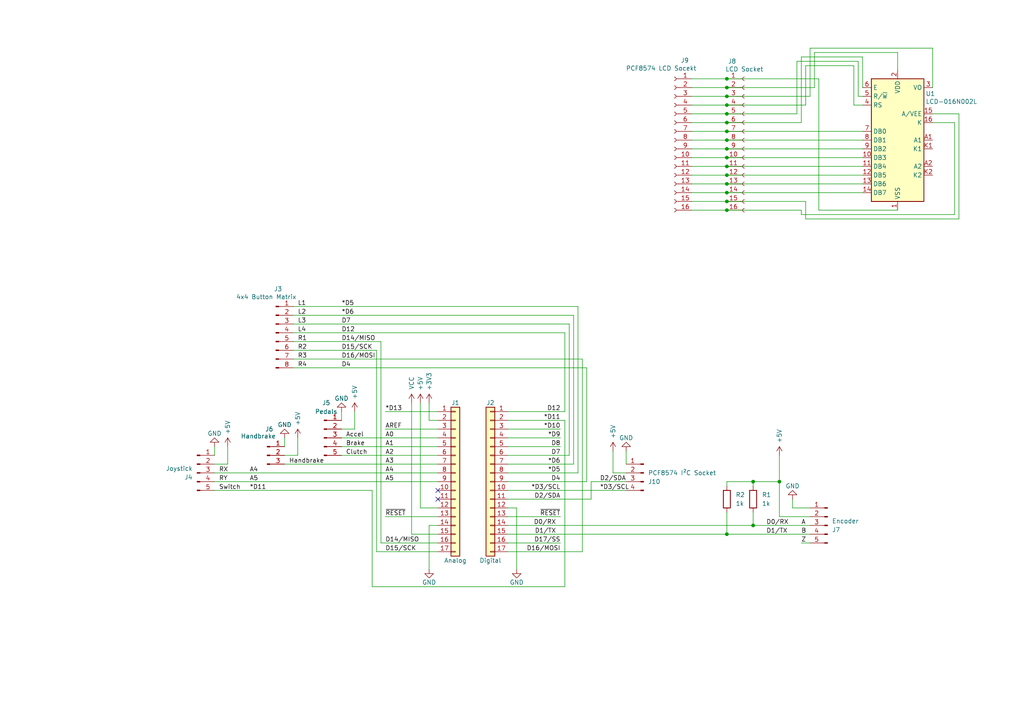
<source format=kicad_sch>
(kicad_sch (version 20231120) (generator "eeschema") (generator_version "8.0")
  (paper "A4")
  (title_block (date "sam. 04 avril 2015"))
  (lib_symbols
    (symbol "Connector:Conn_01x03_Pin" (pin_names (offset 1.016) hide)
      (property "Reference" "J" (at 0 5.08 0))
      (property "Value" "Conn_01x03_Pin" (at 0 -5.08 0))
      (symbol "Conn_01x03_Pin_1_1"
        (polyline (pts (xy 1.27 -2.54) (xy 0.8636 -2.54)) (stroke (width 0.1524)))
        (polyline (pts (xy 1.27 0) (xy 0.8636 0)) (stroke (width 0.1524)))
        (polyline (pts (xy 1.27 2.54) (xy 0.8636 2.54)) (stroke (width 0.1524)))
        (rectangle (start 0.8636 -2.413) (end 0 -2.667) (stroke (width 0.1524)) (fill (type outline)))
        (rectangle (start 0.8636 0.127) (end 0 -0.127) (stroke (width 0.1524)) (fill (type outline)))
        (rectangle (start 0.8636 2.667) (end 0 2.413) (stroke (width 0.1524)) (fill (type outline)))
        (pin passive line (at 5.08 2.54 180) (length 3.81) (name "Pin_1") (number "1"))
        (pin passive line (at 5.08 0 180) (length 3.81) (name "Pin_2") (number "2"))
        (pin passive line (at 5.08 -2.54 180) (length 3.81) (name "Pin_3") (number "3"))
      )
    )
    (symbol "Connector:Conn_01x04_Pin" (pin_names (offset 1.016) hide)
      (property "Reference" "J" (at 0 5.08 0))
      (property "Value" "Conn_01x04_Pin" (at 0 -7.62 0))
      (symbol "Conn_01x04_Pin_1_1"
        (polyline (pts (xy 1.27 -5.08) (xy 0.8636 -5.08)) (stroke (width 0.1524)))
        (polyline (pts (xy 1.27 -2.54) (xy 0.8636 -2.54)) (stroke (width 0.1524)))
        (polyline (pts (xy 1.27 0) (xy 0.8636 0)) (stroke (width 0.1524)))
        (polyline (pts (xy 1.27 2.54) (xy 0.8636 2.54)) (stroke (width 0.1524)))
        (rectangle (start 0.8636 -4.953) (end 0 -5.207) (stroke (width 0.1524)) (fill (type outline)))
        (rectangle (start 0.8636 -2.413) (end 0 -2.667) (stroke (width 0.1524)) (fill (type outline)))
        (rectangle (start 0.8636 0.127) (end 0 -0.127) (stroke (width 0.1524)) (fill (type outline)))
        (rectangle (start 0.8636 2.667) (end 0 2.413) (stroke (width 0.1524)) (fill (type outline)))
        (pin passive line (at 5.08 2.54 180) (length 3.81) (name "Pin_1") (number "1"))
        (pin passive line (at 5.08 0 180) (length 3.81) (name "Pin_2") (number "2"))
        (pin passive line (at 5.08 -2.54 180) (length 3.81) (name "Pin_3") (number "3"))
        (pin passive line (at 5.08 -5.08 180) (length 3.81) (name "Pin_4") (number "4"))
      )
    )
    (symbol "Connector:Conn_01x05_Pin" (pin_names (offset 1.016) hide)
      (property "Reference" "J" (at 0 7.62 0))
      (property "Value" "Conn_01x05_Pin" (at 0 -7.62 0))
      (symbol "Conn_01x05_Pin_1_1"
        (polyline (pts (xy 1.27 -5.08) (xy 0.8636 -5.08)) (stroke (width 0.1524)))
        (polyline (pts (xy 1.27 -2.54) (xy 0.8636 -2.54)) (stroke (width 0.1524)))
        (polyline (pts (xy 1.27 0) (xy 0.8636 0)) (stroke (width 0.1524)))
        (polyline (pts (xy 1.27 2.54) (xy 0.8636 2.54)) (stroke (width 0.1524)))
        (polyline (pts (xy 1.27 5.08) (xy 0.8636 5.08)) (stroke (width 0.1524)))
        (rectangle (start 0.8636 -4.953) (end 0 -5.207) (stroke (width 0.1524)) (fill (type outline)))
        (rectangle (start 0.8636 -2.413) (end 0 -2.667) (stroke (width 0.1524)) (fill (type outline)))
        (rectangle (start 0.8636 0.127) (end 0 -0.127) (stroke (width 0.1524)) (fill (type outline)))
        (rectangle (start 0.8636 2.667) (end 0 2.413) (stroke (width 0.1524)) (fill (type outline)))
        (rectangle (start 0.8636 5.207) (end 0 4.953) (stroke (width 0.1524)) (fill (type outline)))
        (pin passive line (at 5.08 5.08 180) (length 3.81) (name "Pin_1") (number "1"))
        (pin passive line (at 5.08 2.54 180) (length 3.81) (name "Pin_2") (number "2"))
        (pin passive line (at 5.08 0 180) (length 3.81) (name "Pin_3") (number "3"))
        (pin passive line (at 5.08 -2.54 180) (length 3.81) (name "Pin_4") (number "4"))
        (pin passive line (at 5.08 -5.08 180) (length 3.81) (name "Pin_5") (number "5"))
      )
    )
    (symbol "Connector:Conn_01x08_Pin" (pin_names (offset 1.016) hide)
      (property "Reference" "J" (at 0 10.16 0))
      (property "Value" "Conn_01x08_Pin" (at 0 -12.7 0))
      (symbol "Conn_01x08_Pin_1_1"
        (polyline (pts (xy 1.27 -10.16) (xy 0.8636 -10.16)) (stroke (width 0.1524)))
        (polyline (pts (xy 1.27 -7.62) (xy 0.8636 -7.62)) (stroke (width 0.1524)))
        (polyline (pts (xy 1.27 -5.08) (xy 0.8636 -5.08)) (stroke (width 0.1524)))
        (polyline (pts (xy 1.27 -2.54) (xy 0.8636 -2.54)) (stroke (width 0.1524)))
        (polyline (pts (xy 1.27 0) (xy 0.8636 0)) (stroke (width 0.1524)))
        (polyline (pts (xy 1.27 2.54) (xy 0.8636 2.54)) (stroke (width 0.1524)))
        (polyline (pts (xy 1.27 5.08) (xy 0.8636 5.08)) (stroke (width 0.1524)))
        (polyline (pts (xy 1.27 7.62) (xy 0.8636 7.62)) (stroke (width 0.1524)))
        (rectangle (start 0.8636 -10.033) (end 0 -10.287) (stroke (width 0.1524)) (fill (type outline)))
        (rectangle (start 0.8636 -7.493) (end 0 -7.747) (stroke (width 0.1524)) (fill (type outline)))
        (rectangle (start 0.8636 -4.953) (end 0 -5.207) (stroke (width 0.1524)) (fill (type outline)))
        (rectangle (start 0.8636 -2.413) (end 0 -2.667) (stroke (width 0.1524)) (fill (type outline)))
        (rectangle (start 0.8636 0.127) (end 0 -0.127) (stroke (width 0.1524)) (fill (type outline)))
        (rectangle (start 0.8636 2.667) (end 0 2.413) (stroke (width 0.1524)) (fill (type outline)))
        (rectangle (start 0.8636 5.207) (end 0 4.953) (stroke (width 0.1524)) (fill (type outline)))
        (rectangle (start 0.8636 7.747) (end 0 7.493) (stroke (width 0.1524)) (fill (type outline)))
        (pin passive line (at 5.08 7.62 180) (length 3.81) (name "Pin_1") (number "1"))
        (pin passive line (at 5.08 5.08 180) (length 3.81) (name "Pin_2") (number "2"))
        (pin passive line (at 5.08 2.54 180) (length 3.81) (name "Pin_3") (number "3"))
        (pin passive line (at 5.08 0 180) (length 3.81) (name "Pin_4") (number "4"))
        (pin passive line (at 5.08 -2.54 180) (length 3.81) (name "Pin_5") (number "5"))
        (pin passive line (at 5.08 -5.08 180) (length 3.81) (name "Pin_6") (number "6"))
        (pin passive line (at 5.08 -7.62 180) (length 3.81) (name "Pin_7") (number "7"))
        (pin passive line (at 5.08 -10.16 180) (length 3.81) (name "Pin_8") (number "8"))
      )
    )
    (symbol "Connector:Conn_01x16_Socket" (pin_names (offset 1.016) hide)
      (property "Reference" "J" (at 0 20.32 0))
      (property "Value" "Conn_01x16_Socket" (at 0 -22.86 0))
      (symbol "Conn_01x16_Socket_1_1"
        (arc (start 0 -19.812) (mid -0.5058 -20.32) (end 0 -20.828) (stroke (width 0.1524)))
        (arc (start 0 -17.272) (mid -0.5058 -17.78) (end 0 -18.288) (stroke (width 0.1524)))
        (arc (start 0 -14.732) (mid -0.5058 -15.24) (end 0 -15.748) (stroke (width 0.1524)))
        (arc (start 0 -12.192) (mid -0.5058 -12.7) (end 0 -13.208) (stroke (width 0.1524)))
        (arc (start 0 -9.652) (mid -0.5058 -10.16) (end 0 -10.668) (stroke (width 0.1524)))
        (arc (start 0 -7.112) (mid -0.5058 -7.62) (end 0 -8.128) (stroke (width 0.1524)))
        (arc (start 0 -4.572) (mid -0.5058 -5.08) (end 0 -5.588) (stroke (width 0.1524)))
        (arc (start 0 -2.032) (mid -0.5058 -2.54) (end 0 -3.048) (stroke (width 0.1524)))
        (polyline (pts (xy -1.27 -20.32) (xy -0.508 -20.32)) (stroke (width 0.1524)))
        (polyline (pts (xy -1.27 -17.78) (xy -0.508 -17.78)) (stroke (width 0.1524)))
        (polyline (pts (xy -1.27 -15.24) (xy -0.508 -15.24)) (stroke (width 0.1524)))
        (polyline (pts (xy -1.27 -12.7) (xy -0.508 -12.7)) (stroke (width 0.1524)))
        (polyline (pts (xy -1.27 -10.16) (xy -0.508 -10.16)) (stroke (width 0.1524)))
        (polyline (pts (xy -1.27 -7.62) (xy -0.508 -7.62)) (stroke (width 0.1524)))
        (polyline (pts (xy -1.27 -5.08) (xy -0.508 -5.08)) (stroke (width 0.1524)))
        (polyline (pts (xy -1.27 -2.54) (xy -0.508 -2.54)) (stroke (width 0.1524)))
        (polyline (pts (xy -1.27 0) (xy -0.508 0)) (stroke (width 0.1524)))
        (polyline (pts (xy -1.27 2.54) (xy -0.508 2.54)) (stroke (width 0.1524)))
        (polyline (pts (xy -1.27 5.08) (xy -0.508 5.08)) (stroke (width 0.1524)))
        (polyline (pts (xy -1.27 7.62) (xy -0.508 7.62)) (stroke (width 0.1524)))
        (polyline (pts (xy -1.27 10.16) (xy -0.508 10.16)) (stroke (width 0.1524)))
        (polyline (pts (xy -1.27 12.7) (xy -0.508 12.7)) (stroke (width 0.1524)))
        (polyline (pts (xy -1.27 15.24) (xy -0.508 15.24)) (stroke (width 0.1524)))
        (polyline (pts (xy -1.27 17.78) (xy -0.508 17.78)) (stroke (width 0.1524)))
        (arc (start 0 0.508) (mid -0.5058 0) (end 0 -0.508) (stroke (width 0.1524)))
        (arc (start 0 3.048) (mid -0.5058 2.54) (end 0 2.032) (stroke (width 0.1524)))
        (arc (start 0 5.588) (mid -0.5058 5.08) (end 0 4.572) (stroke (width 0.1524)))
        (arc (start 0 8.128) (mid -0.5058 7.62) (end 0 7.112) (stroke (width 0.1524)))
        (arc (start 0 10.668) (mid -0.5058 10.16) (end 0 9.652) (stroke (width 0.1524)))
        (arc (start 0 13.208) (mid -0.5058 12.7) (end 0 12.192) (stroke (width 0.1524)))
        (arc (start 0 15.748) (mid -0.5058 15.24) (end 0 14.732) (stroke (width 0.1524)))
        (arc (start 0 18.288) (mid -0.5058 17.78) (end 0 17.272) (stroke (width 0.1524)))
        (pin passive line (at -5.08 17.78 0) (length 3.81) (name "Pin_1") (number "1"))
        (pin passive line (at -5.08 -5.08 0) (length 3.81) (name "Pin_10") (number "10"))
        (pin passive line (at -5.08 -7.62 0) (length 3.81) (name "Pin_11") (number "11"))
        (pin passive line (at -5.08 -10.16 0) (length 3.81) (name "Pin_12") (number "12"))
        (pin passive line (at -5.08 -12.7 0) (length 3.81) (name "Pin_13") (number "13"))
        (pin passive line (at -5.08 -15.24 0) (length 3.81) (name "Pin_14") (number "14"))
        (pin passive line (at -5.08 -17.78 0) (length 3.81) (name "Pin_15") (number "15"))
        (pin passive line (at -5.08 -20.32 0) (length 3.81) (name "Pin_16") (number "16"))
        (pin passive line (at -5.08 15.24 0) (length 3.81) (name "Pin_2") (number "2"))
        (pin passive line (at -5.08 12.7 0) (length 3.81) (name "Pin_3") (number "3"))
        (pin passive line (at -5.08 10.16 0) (length 3.81) (name "Pin_4") (number "4"))
        (pin passive line (at -5.08 7.62 0) (length 3.81) (name "Pin_5") (number "5"))
        (pin passive line (at -5.08 5.08 0) (length 3.81) (name "Pin_6") (number "6"))
        (pin passive line (at -5.08 2.54 0) (length 3.81) (name "Pin_7") (number "7"))
        (pin passive line (at -5.08 0 0) (length 3.81) (name "Pin_8") (number "8"))
        (pin passive line (at -5.08 -2.54 0) (length 3.81) (name "Pin_9") (number "9"))
      )
    )
    (symbol "Connector_Generic:Conn_01x17" (pin_names (offset 1.016) hide)
      (property "Reference" "J" (at 0 22.86 0))
      (property "Value" "Conn_01x17" (at 0 -22.86 0))
      (symbol "Conn_01x17_1_1"
        (rectangle (start -1.27 -20.193) (end 0 -20.447) (stroke (width 0.1524)))
        (rectangle (start -1.27 -17.653) (end 0 -17.907) (stroke (width 0.1524)))
        (rectangle (start -1.27 -15.113) (end 0 -15.367) (stroke (width 0.1524)))
        (rectangle (start -1.27 -12.573) (end 0 -12.827) (stroke (width 0.1524)))
        (rectangle (start -1.27 -10.033) (end 0 -10.287) (stroke (width 0.1524)))
        (rectangle (start -1.27 -7.493) (end 0 -7.747) (stroke (width 0.1524)))
        (rectangle (start -1.27 -4.953) (end 0 -5.207) (stroke (width 0.1524)))
        (rectangle (start -1.27 -2.413) (end 0 -2.667) (stroke (width 0.1524)))
        (rectangle (start -1.27 0.127) (end 0 -0.127) (stroke (width 0.1524)))
        (rectangle (start -1.27 2.667) (end 0 2.413) (stroke (width 0.1524)))
        (rectangle (start -1.27 5.207) (end 0 4.953) (stroke (width 0.1524)))
        (rectangle (start -1.27 7.747) (end 0 7.493) (stroke (width 0.1524)))
        (rectangle (start -1.27 10.287) (end 0 10.033) (stroke (width 0.1524)))
        (rectangle (start -1.27 12.827) (end 0 12.573) (stroke (width 0.1524)))
        (rectangle (start -1.27 15.367) (end 0 15.113) (stroke (width 0.1524)))
        (rectangle (start -1.27 17.907) (end 0 17.653) (stroke (width 0.1524)))
        (rectangle (start -1.27 20.447) (end 0 20.193) (stroke (width 0.1524)))
        (rectangle (start -1.27 21.59) (end 1.27 -21.59) (stroke (width 0.254)) (fill (type background)))
        (pin passive line (at -5.08 20.32 0) (length 3.81) (name "Pin_1") (number "1"))
        (pin passive line (at -5.08 -2.54 0) (length 3.81) (name "Pin_10") (number "10"))
        (pin passive line (at -5.08 -5.08 0) (length 3.81) (name "Pin_11") (number "11"))
        (pin passive line (at -5.08 -7.62 0) (length 3.81) (name "Pin_12") (number "12"))
        (pin passive line (at -5.08 -10.16 0) (length 3.81) (name "Pin_13") (number "13"))
        (pin passive line (at -5.08 -12.7 0) (length 3.81) (name "Pin_14") (number "14"))
        (pin passive line (at -5.08 -15.24 0) (length 3.81) (name "Pin_15") (number "15"))
        (pin passive line (at -5.08 -17.78 0) (length 3.81) (name "Pin_16") (number "16"))
        (pin passive line (at -5.08 -20.32 0) (length 3.81) (name "Pin_17") (number "17"))
        (pin passive line (at -5.08 17.78 0) (length 3.81) (name "Pin_2") (number "2"))
        (pin passive line (at -5.08 15.24 0) (length 3.81) (name "Pin_3") (number "3"))
        (pin passive line (at -5.08 12.7 0) (length 3.81) (name "Pin_4") (number "4"))
        (pin passive line (at -5.08 10.16 0) (length 3.81) (name "Pin_5") (number "5"))
        (pin passive line (at -5.08 7.62 0) (length 3.81) (name "Pin_6") (number "6"))
        (pin passive line (at -5.08 5.08 0) (length 3.81) (name "Pin_7") (number "7"))
        (pin passive line (at -5.08 2.54 0) (length 3.81) (name "Pin_8") (number "8"))
        (pin passive line (at -5.08 0 0) (length 3.81) (name "Pin_9") (number "9"))
      )
    )
    (symbol "Device:R" (pin_numbers hide) (pin_names (offset 0))
      (property "Reference" "R" (at 2.032 0 90))
      (property "Value" "R" (at 0 0 90))
      (symbol "R_0_1"
        (rectangle (start -1.016 -2.54) (end 1.016 2.54) (stroke (width 0.254)))
      )
      (symbol "R_1_1"
        (pin passive line (at 0 3.81 270) (length 1.27) (name "~") (number "1"))
        (pin passive line (at 0 -3.81 90) (length 1.27) (name "~") (number "2"))
      )
    )
    (symbol "Display_Character:LCD-016N002L"
      (property "Reference" "U" (at -6.35 18.796 0))
      (property "Value" "LCD-016N002L" (at 8.636 18.796 0))
      (symbol "LCD-016N002L_1_1"
        (rectangle (start -7.62 17.78) (end 7.62 -17.78) (stroke (width 0.254)) (fill (type background)))
        (pin power_in line (at 0 -20.32 90) (length 2.54) (name "VSS") (number "1"))
        (pin bidirectional line (at -10.16 -5.08 0) (length 2.54) (name "DB3") (number "10"))
        (pin bidirectional line (at -10.16 -7.62 0) (length 2.54) (name "DB4") (number "11"))
        (pin bidirectional line (at -10.16 -10.16 0) (length 2.54) (name "DB5") (number "12"))
        (pin bidirectional line (at -10.16 -12.7 0) (length 2.54) (name "DB6") (number "13"))
        (pin bidirectional line (at -10.16 -15.24 0) (length 2.54) (name "DB7") (number "14"))
        (pin power_in line (at 10.16 7.62 180) (length 2.54) (name "A/VEE") (number "15"))
        (pin power_in line (at 10.16 5.08 180) (length 2.54) (name "K") (number "16"))
        (pin power_in line (at 0 20.32 270) (length 2.54) (name "VDD") (number "2"))
        (pin input line (at 10.16 15.24 180) (length 2.54) (name "VO") (number "3"))
        (pin input line (at -10.16 10.16 0) (length 2.54) (name "RS") (number "4"))
        (pin input line (at -10.16 12.7 0) (length 2.54) (name "R/~{W}") (number "5"))
        (pin input line (at -10.16 15.24 0) (length 2.54) (name "E") (number "6"))
        (pin bidirectional line (at -10.16 2.54 0) (length 2.54) (name "DB0") (number "7"))
        (pin bidirectional line (at -10.16 0 0) (length 2.54) (name "DB1") (number "8"))
        (pin bidirectional line (at -10.16 -2.54 0) (length 2.54) (name "DB2") (number "9"))
        (pin power_in line (at 10.16 0 180) (length 2.54) (name "A1") (number "A1"))
        (pin power_in line (at 10.16 -7.62 180) (length 2.54) (name "A2") (number "A2"))
        (pin power_in line (at 10.16 -2.54 180) (length 2.54) (name "K1") (number "K1"))
        (pin power_in line (at 10.16 -10.16 180) (length 2.54) (name "K2") (number "K2"))
      )
    )
    (symbol "power:+3.3V" (power) (pin_names (offset 0))
      (property "Value" "+3.3V" (at 0 3.556 0))
      (symbol "+3.3V_0_1"
        (polyline (pts (xy -0.762 1.27) (xy 0 2.54)))
        (polyline (pts (xy 0 0) (xy 0 2.54)))
        (polyline (pts (xy 0 2.54) (xy 0.762 1.27)))
      )
      (symbol "+3.3V_1_1"
        (pin power_in line (at 0 0 90) (length 0) hide (name "+3V3") (number "1"))
      )
    )
    (symbol "power:+5V" (power) (pin_names (offset 0))
      (property "Value" "+5V" (at 0 3.556 0))
      (symbol "+5V_0_1"
        (polyline (pts (xy -0.762 1.27) (xy 0 2.54)))
        (polyline (pts (xy 0 0) (xy 0 2.54)))
        (polyline (pts (xy 0 2.54) (xy 0.762 1.27)))
      )
      (symbol "+5V_1_1"
        (pin power_in line (at 0 0 90) (length 0) hide (name "+5V") (number "1"))
      )
    )
    (symbol "power:GND" (power) (pin_names (offset 0))
      (property "Value" "GND" (at 0 -3.81 0))
      (symbol "GND_0_1"
        (polyline (pts (xy 0 0) (xy 0 -1.27) (xy 1.27 -1.27) (xy 0 -2.54) (xy -1.27 -1.27) (xy 0 -1.27)))
      )
      (symbol "GND_1_1"
        (pin power_in line (at 0 0 270) (length 0) hide (name "GND") (number "1"))
      )
    )
    (symbol "power:VCC" (power) (pin_names (offset 0))
      (property "Value" "VCC" (at 0 3.81 0))
      (symbol "VCC_0_1"
        (polyline (pts (xy -0.762 1.27) (xy 0 2.54)))
        (polyline (pts (xy 0 0) (xy 0 2.54)))
        (polyline (pts (xy 0 2.54) (xy 0.762 1.27)))
      )
      (symbol "VCC_1_1"
        (pin power_in line (at 0 0 90) (length 0) hide (name "VCC") (number "1"))
      )
    )
  )
  (junction (at 210.82 154.94))
  (junction (at 218.44 152.4))
  (junction (at 210.82 55.88))
  (junction (at 218.44 139.7))
  (junction (at 210.82 58.42))
  (junction (at 226.06 139.7))
  (junction (at 210.82 22.86))
  (junction (at 210.82 40.64))
  (junction (at 210.82 48.26))
  (junction (at 210.82 50.8))
  (junction (at 210.82 38.1))
  (junction (at 210.82 35.56))
  (junction (at 210.82 33.02))
  (junction (at 210.82 27.94))
  (junction (at 210.82 53.34))
  (junction (at 210.82 43.18))
  (junction (at 210.82 25.4))
  (junction (at 210.82 45.72))
  (junction (at 210.82 60.96))
  (junction (at 210.82 30.48))
  (no_connect (at 127 142.24))
  (no_connect (at 127 144.78))
  (wire (pts (xy 109.22 160.02) (xy 127 160.02)))
  (wire (pts (xy 127 121.92) (xy 124.46 121.92)))
  (wire (pts (xy 147.32 154.94) (xy 210.82 154.94)))
  (wire (pts (xy 226.06 149.86) (xy 226.06 139.7)))
  (wire (pts (xy 210.82 25.4) (xy 236.22 25.4)))
  (wire (pts (xy 200.66 27.94) (xy 210.82 27.94)))
  (wire (pts (xy 260.35 60.96) (xy 237.49 60.96)))
  (wire (pts (xy 270.51 33.02) (xy 278.13 33.02)))
  (wire (pts (xy 200.66 53.34) (xy 210.82 53.34)))
  (wire (pts (xy 232.41 157.48) (xy 234.95 157.48)))
  (wire (pts (xy 147.32 134.62) (xy 166.37 134.62)))
  (wire (pts (xy 200.66 58.42) (xy 210.82 58.42)))
  (wire (pts (xy 233.68 19.05) (xy 233.68 30.48)))
  (wire (pts (xy 278.13 33.02) (xy 278.13 63.5)))
  (wire (pts (xy 229.87 147.32) (xy 234.95 147.32)))
  (wire (pts (xy 121.92 116.84) (xy 121.92 147.32)))
  (wire (pts (xy 127 147.32) (xy 121.92 147.32)))
  (wire (pts (xy 85.09 91.44) (xy 166.37 91.44)))
  (wire (pts (xy 110.49 157.48) (xy 127 157.48)))
  (wire (pts (xy 233.68 58.42) (xy 210.82 58.42)))
  (wire (pts (xy 210.82 33.02) (xy 231.14 33.02)))
  (wire (pts (xy 270.51 25.4) (xy 270.51 13.97)))
  (wire (pts (xy 237.49 60.96) (xy 237.49 22.86)))
  (wire (pts (xy 62.23 134.62) (xy 66.04 134.62)))
  (wire (pts (xy 66.04 134.62) (xy 66.04 129.54)))
  (wire (pts (xy 210.82 45.72) (xy 250.19 45.72)))
  (wire (pts (xy 210.82 48.26) (xy 250.19 48.26)))
  (wire (pts (xy 276.86 62.23) (xy 232.41 62.23)))
  (wire (pts (xy 62.23 139.7) (xy 127 139.7)))
  (wire (pts (xy 147.32 124.46) (xy 162.56 124.46)))
  (wire (pts (xy 260.35 15.24) (xy 236.22 15.24)))
  (wire (pts (xy 147.32 132.08) (xy 165.1 132.08)))
  (wire (pts (xy 200.66 45.72) (xy 210.82 45.72)))
  (wire (pts (xy 218.44 140.97) (xy 218.44 139.7)))
  (wire (pts (xy 226.06 149.86) (xy 234.95 149.86)))
  (wire (pts (xy 85.09 99.06) (xy 110.49 99.06)))
  (wire (pts (xy 210.82 139.7) (xy 218.44 139.7)))
  (wire (pts (xy 247.65 30.48) (xy 250.19 30.48)))
  (wire (pts (xy 147.32 157.48) (xy 162.56 157.48)))
  (wire (pts (xy 210.82 43.18) (xy 250.19 43.18)))
  (wire (pts (xy 247.65 30.48) (xy 247.65 19.05)))
  (wire (pts (xy 147.32 129.54) (xy 162.56 129.54)))
  (wire (pts (xy 99.06 119.38) (xy 99.06 121.92)))
  (wire (pts (xy 200.66 38.1) (xy 210.82 38.1)))
  (wire (pts (xy 234.95 13.97) (xy 234.95 27.94)))
  (wire (pts (xy 181.61 137.16) (xy 177.8 137.16)))
  (wire (pts (xy 99.06 129.54) (xy 127 129.54)))
  (wire (pts (xy 210.82 154.94) (xy 234.95 154.94)))
  (wire (pts (xy 226.06 139.7) (xy 226.06 132.08)))
  (wire (pts (xy 210.82 148.59) (xy 210.82 154.94)))
  (wire (pts (xy 86.36 132.08) (xy 86.36 127)))
  (wire (pts (xy 200.66 55.88) (xy 210.82 55.88)))
  (wire (pts (xy 147.32 152.4) (xy 218.44 152.4)))
  (wire (pts (xy 200.66 43.18) (xy 210.82 43.18)))
  (wire (pts (xy 200.66 35.56) (xy 210.82 35.56)))
  (wire (pts (xy 163.83 121.92) (xy 163.83 170.18)))
  (wire (pts (xy 166.37 134.62) (xy 166.37 91.44)))
  (wire (pts (xy 147.32 137.16) (xy 167.64 137.16)))
  (wire (pts (xy 147.32 144.78) (xy 171.45 144.78)))
  (wire (pts (xy 85.09 96.52) (xy 163.83 96.52)))
  (wire (pts (xy 232.41 62.23) (xy 232.41 60.96)))
  (wire (pts (xy 210.82 22.86) (xy 237.49 22.86)))
  (wire (pts (xy 210.82 55.88) (xy 250.19 55.88)))
  (wire (pts (xy 99.06 124.46) (xy 102.87 124.46)))
  (wire (pts (xy 85.09 104.14) (xy 168.91 104.14)))
  (wire (pts (xy 231.14 17.78) (xy 231.14 33.02)))
  (wire (pts (xy 85.09 93.98) (xy 165.1 93.98)))
  (wire (pts (xy 218.44 152.4) (xy 234.95 152.4)))
  (wire (pts (xy 210.82 53.34) (xy 250.19 53.34)))
  (wire (pts (xy 170.18 139.7) (xy 170.18 106.68)))
  (wire (pts (xy 111.76 124.46) (xy 127 124.46)))
  (wire (pts (xy 200.66 25.4) (xy 210.82 25.4)))
  (wire (pts (xy 210.82 30.48) (xy 233.68 30.48)))
  (wire (pts (xy 200.66 60.96) (xy 210.82 60.96)))
  (wire (pts (xy 232.41 35.56) (xy 210.82 35.56)))
  (wire (pts (xy 62.23 129.54) (xy 62.23 132.08)))
  (wire (pts (xy 124.46 116.84) (xy 124.46 121.92)))
  (wire (pts (xy 147.32 147.32) (xy 149.86 147.32)))
  (wire (pts (xy 119.38 116.84) (xy 119.38 154.94)))
  (wire (pts (xy 127 154.94) (xy 119.38 154.94)))
  (wire (pts (xy 210.82 50.8) (xy 250.19 50.8)))
  (wire (pts (xy 250.19 16.51) (xy 232.41 16.51)))
  (wire (pts (xy 111.76 149.86) (xy 127 149.86)))
  (wire (pts (xy 168.91 160.02) (xy 168.91 104.14)))
  (wire (pts (xy 171.45 139.7) (xy 171.45 144.78)))
  (wire (pts (xy 278.13 63.5) (xy 233.68 63.5)))
  (wire (pts (xy 210.82 140.97) (xy 210.82 139.7)))
  (wire (pts (xy 229.87 144.78) (xy 229.87 147.32)))
  (wire (pts (xy 200.66 30.48) (xy 210.82 30.48)))
  (wire (pts (xy 200.66 33.02) (xy 210.82 33.02)))
  (wire (pts (xy 218.44 139.7) (xy 226.06 139.7)))
  (wire (pts (xy 102.87 124.46) (xy 102.87 119.38)))
  (wire (pts (xy 210.82 38.1) (xy 250.19 38.1)))
  (wire (pts (xy 62.23 137.16) (xy 127 137.16)))
  (wire (pts (xy 236.22 15.24) (xy 236.22 25.4)))
  (wire (pts (xy 111.76 119.38) (xy 127 119.38)))
  (wire (pts (xy 147.32 142.24) (xy 181.61 142.24)))
  (wire (pts (xy 231.14 17.78) (xy 248.92 17.78)))
  (wire (pts (xy 234.95 27.94) (xy 210.82 27.94)))
  (wire (pts (xy 85.09 106.68) (xy 170.18 106.68)))
  (wire (pts (xy 181.61 134.62) (xy 181.61 130.81)))
  (wire (pts (xy 248.92 17.78) (xy 248.92 27.94)))
  (wire (pts (xy 167.64 137.16) (xy 167.64 88.9)))
  (wire (pts (xy 110.49 157.48) (xy 110.49 99.06)))
  (wire (pts (xy 260.35 15.24) (xy 260.35 20.32)))
  (wire (pts (xy 147.32 160.02) (xy 168.91 160.02)))
  (wire (pts (xy 248.92 27.94) (xy 250.19 27.94)))
  (wire (pts (xy 181.61 139.7) (xy 171.45 139.7)))
  (wire (pts (xy 62.23 142.24) (xy 107.95 142.24)))
  (wire (pts (xy 85.09 101.6) (xy 109.22 101.6)))
  (wire (pts (xy 147.32 127) (xy 162.56 127)))
  (wire (pts (xy 232.41 16.51) (xy 232.41 35.56)))
  (wire (pts (xy 82.55 132.08) (xy 86.36 132.08)))
  (wire (pts (xy 99.06 127) (xy 127 127)))
  (wire (pts (xy 147.32 149.86) (xy 162.56 149.86)))
  (wire (pts (xy 200.66 50.8) (xy 210.82 50.8)))
  (wire (pts (xy 149.86 147.32) (xy 149.86 165.1)))
  (wire (pts (xy 107.95 170.18) (xy 107.95 142.24)))
  (wire (pts (xy 200.66 40.64) (xy 210.82 40.64)))
  (wire (pts (xy 218.44 148.59) (xy 218.44 152.4)))
  (wire (pts (xy 165.1 132.08) (xy 165.1 93.98)))
  (wire (pts (xy 270.51 35.56) (xy 276.86 35.56)))
  (wire (pts (xy 109.22 160.02) (xy 109.22 101.6)))
  (wire (pts (xy 82.55 134.62) (xy 127 134.62)))
  (wire (pts (xy 82.55 127) (xy 82.55 129.54)))
  (wire (pts (xy 163.83 170.18) (xy 107.95 170.18)))
  (wire (pts (xy 147.32 139.7) (xy 170.18 139.7)))
  (wire (pts (xy 276.86 35.56) (xy 276.86 62.23)))
  (wire (pts (xy 210.82 40.64) (xy 250.19 40.64)))
  (wire (pts (xy 247.65 19.05) (xy 233.68 19.05)))
  (wire (pts (xy 250.19 16.51) (xy 250.19 25.4)))
  (wire (pts (xy 270.51 13.97) (xy 234.95 13.97)))
  (wire (pts (xy 124.46 152.4) (xy 124.46 165.1)))
  (wire (pts (xy 127 152.4) (xy 124.46 152.4)))
  (wire (pts (xy 200.66 48.26) (xy 210.82 48.26)))
  (wire (pts (xy 232.41 60.96) (xy 210.82 60.96)))
  (wire (pts (xy 147.32 119.38) (xy 163.83 119.38)))
  (wire (pts (xy 233.68 63.5) (xy 233.68 58.42)))
  (wire (pts (xy 200.66 22.86) (xy 210.82 22.86)))
  (wire (pts (xy 99.06 132.08) (xy 127 132.08)))
  (wire (pts (xy 85.09 88.9) (xy 167.64 88.9)))
  (wire (pts (xy 177.8 137.16) (xy 177.8 130.81)))
  (wire (pts (xy 163.83 119.38) (xy 163.83 96.52)))
  (wire (pts (xy 147.32 121.92) (xy 163.83 121.92)))
  (label "L1" (at 86.36 88.9 0))
  (label "D4" (at 162.56 139.7 180))
  (label "L4" (at 86.36 96.52 0))
  (label "D15{slash}SCK" (at 99.06 101.6 0))
  (label "RX" (at 63.5 137.16 0))
  (label "*D5" (at 162.56 137.16 180))
  (label "Clutch" (at 100.33 132.08 0))
  (label "A2" (at 111.76 132.08 0))
  (label "D7" (at 162.56 132.08 180))
  (label "A5" (at 72.39 139.7 0))
  (label "D15{slash}SCK" (at 111.76 160.02 0))
  (label "D7" (at 99.06 93.98 0))
  (label "*D13" (at 111.76 119.38 0))
  (label "D16{slash}MOSI" (at 162.56 160.02 180))
  (label "D17{slash}SS" (at 162.56 157.48 180))
  (label "D0{slash}RX" (at 222.25 152.4 0))
  (label "D16{slash}MOSI" (at 99.06 104.14 0))
  (label "*D6" (at 162.56 134.62 180))
  (label "L2" (at 86.36 91.44 0))
  (label "D2{slash}SDA" (at 173.99 139.7 0))
  (label "D12" (at 99.06 96.52 0))
  (label "*D11" (at 162.56 121.92 180))
  (label "A1" (at 111.76 129.54 0))
  (label "D14{slash}MISO" (at 111.76 157.48 0))
  (label "*D5" (at 99.06 88.9 0))
  (label "Brake" (at 100.33 129.54 0))
  (label "R1" (at 86.36 99.06 0))
  (label "A4" (at 111.76 137.16 0))
  (label "A" (at 232.41 152.4 0))
  (label "A5" (at 111.76 139.7 0))
  (label "RY" (at 63.5 139.7 0))
  (label "D14{slash}MISO" (at 99.06 99.06 0))
  (label "Handbrake" (at 83.82 134.62 0))
  (label "D4" (at 99.06 106.68 0))
  (label "*D11" (at 72.39 142.24 0))
  (label "A3" (at 111.76 134.62 0))
  (label "~{RESET}" (at 162.56 149.86 180))
  (label "A0" (at 111.76 127 0))
  (label "D1{slash}TX" (at 222.25 154.94 0))
  (label "Accel" (at 100.33 127 0))
  (label "B" (at 232.41 154.94 0))
  (label "*D9" (at 162.56 127 180))
  (label "R4" (at 86.36 106.68 0))
  (label "*D3{slash}SCL" (at 162.56 142.24 180))
  (label "L3" (at 86.36 93.98 0))
  (label "D2{slash}SDA" (at 162.56 144.78 180))
  (label "*D6" (at 99.06 91.44 0))
  (label "A4" (at 72.39 137.16 0))
  (label "D8" (at 162.56 129.54 180))
  (label "D1{slash}TX" (at 161.29 154.94 180))
  (label "*D3{slash}SCL" (at 173.99 142.24 0))
  (label "D0{slash}RX" (at 161.29 152.4 180))
  (label "Switch" (at 63.5 142.24 0))
  (label "R3" (at 86.36 104.14 0))
  (label "Z" (at 232.41 157.48 0))
  (label "AREF" (at 111.76 124.46 0))
  (label "~{RESET}" (at 111.76 149.86 0))
  (label "*D10" (at 162.56 124.46 180))
  (label "D12" (at 162.56 119.38 180))
  (label "R2" (at 86.36 101.6 0))
  (symbol (lib_id "Connector_Generic:Conn_01x17") (at 132.08 139.7 0) (unit 1)
    (property "Reference" "J1" (at 132.08 116.84 0))
    (property "Value" "Analog" (at 132.08 162.56 0))
    (property "Footprint" "Connector_PinSocket_2.54mm:PinSocket_1x17_P2.54mm_Vertical" (effects (hide yes)))
  )
  (symbol (lib_id "Connector_Generic:Conn_01x17") (at 142.24 139.7 0) (mirror y) (unit 1)
    (property "Reference" "J2" (at 142.24 116.84 0))
    (property "Value" "Digital" (at 142.24 162.56 0))
    (property "Footprint" "Connector_PinSocket_2.54mm:PinSocket_1x17_P2.54mm_Vertical" (effects (hide yes)))
  )
  (symbol (lib_id "Display_Character:LCD-016N002L") (at 260.35 40.64 0) (unit 1)
    (property "Reference" "U1" (at 268.478 27.178 0) (effects (justify left)))
    (property "Value" "LCD-016N002L" (at 268.478 29.464 0) (effects (justify left)))
    (property "Footprint" "Display:LCD-016N002L" (effects (hide yes)))
    (property "Datasheet" "http://www.vishay.com/docs/37299/37299.pdf" (effects (hide yes)))
    (property "Description" "LCD 12x2, 8 bit parallel bus, 3V or 5V VDD" (effects (hide yes)))
  )
  (symbol (lib_id "power:GND") (at 99.06 119.38 180) (unit 1)
    (property "Reference" "#PWR04" (effects (hide yes)))
    (property "Value" "GND" (at 99.06 115.57 0))
  )
  (symbol (lib_id "Connector:Conn_01x05_Pin") (at 240.03 152.4 0) (mirror y) (unit 1)
    (property "Reference" "J7" (at 241.3 153.6701 0) (effects (justify right)))
    (property "Value" "Encoder" (at 241.3 151.1301 0) (effects (justify right)))
    (property "Footprint" "Connector_PinHeader_2.54mm:PinHeader_1x05_P2.54mm_Vertical" (effects (hide yes)))
    (property "Description" "Generic connector, single row, 01x05, script generated" (effects (hide yes)))
  )
  (symbol (lib_id "power:+5V") (at 177.8 130.81 0) (mirror y) (unit 1)
    (property "Reference" "#PWR011" (effects (hide yes)))
    (property "Value" "+5V" (at 177.8 127.254 90) (effects (justify left)))
  )
  (symbol (lib_id "Device:R") (at 210.82 144.78 0) (unit 1)
    (property "Reference" "R2" (at 213.36 143.5099 0) (effects (justify left)))
    (property "Value" "1k" (at 213.36 146.0499 0) (effects (justify left)))
    (property "Description" "Resistor" (effects (hide yes)))
  )
  (symbol (lib_id "Connector:Conn_01x05_Pin") (at 57.15 137.16 0) (unit 1)
    (property "Reference" "J4" (at 55.88 138.4301 0) (effects (justify right)))
    (property "Value" "Joystick" (at 55.88 135.8901 0) (effects (justify right)))
    (property "Footprint" "Connector_PinHeader_2.54mm:PinHeader_1x05_P2.54mm_Vertical" (effects (hide yes)))
    (property "Description" "Generic connector, single row, 01x05, script generated" (effects (hide yes)))
  )
  (symbol (lib_id "Connector:Conn_01x16_Socket") (at 215.9 40.64 0) (unit 1)
    (property "Reference" "J8" (at 212.344 17.78 0))
    (property "Value" "LCD Socket" (at 215.9 20.066 0))
    (property "Description" "Generic connector, single row, 01x16, script generated" (effects (hide yes)))
  )
  (symbol (lib_id "power:GND") (at 229.87 144.78 0) (mirror x) (unit 1)
    (property "Reference" "#PWR08" (effects (hide yes)))
    (property "Value" "GND" (at 229.87 140.97 0))
  )
  (symbol (lib_id "power:+5V") (at 66.04 129.54 0) (mirror y) (unit 1)
    (property "Reference" "#PWR02" (effects (hide yes)))
    (property "Value" "+5V" (at 66.04 125.984 90) (effects (justify left)))
  )
  (symbol (lib_id "power:GND") (at 181.61 130.81 180) (unit 1)
    (property "Reference" "#PWR010" (effects (hide yes)))
    (property "Value" "GND" (at 181.61 127 0))
  )
  (symbol (lib_id "Connector:Conn_01x03_Pin") (at 77.47 132.08 0) (unit 1)
    (property "Reference" "J6" (at 78.105 124.46 0))
    (property "Value" "Handbrake" (at 74.93 126.492 0))
    (property "Footprint" "Connector_PinHeader_2.54mm:PinHeader_1x03_P2.54mm_Vertical" (effects (hide yes)))
    (property "Description" "Generic connector, single row, 01x03, script generated" (effects (hide yes)))
  )
  (symbol (lib_id "power:+5V") (at 121.92 116.84 0) (unit 1)
    (property "Reference" "#PWR0103" (effects (hide yes)))
    (property "Value" "+5V" (at 121.92 113.284 90) (effects (justify left)))
  )
  (symbol (lib_id "power:+3.3V") (at 124.46 116.84 0) (unit 1)
    (property "Reference" "#PWR0102" (effects (hide yes)))
    (property "Value" "+3V3" (at 124.46 113.284 90) (effects (justify left)))
  )
  (symbol (lib_id "power:GND") (at 82.55 127 180) (unit 1)
    (property "Reference" "#PWR06" (effects (hide yes)))
    (property "Value" "GND" (at 82.55 123.19 0))
  )
  (symbol (lib_id "Connector:Conn_01x04_Pin") (at 186.69 137.16 0) (mirror y) (unit 1)
    (property "Reference" "J10" (at 187.96 139.7001 0) (effects (justify right)))
    (property "Value" "PCF8574 I²C Socket" (at 187.96 137.1601 0) (effects (justify right)))
    (property "Description" "Generic connector, single row, 01x04, script generated" (effects (hide yes)))
  )
  (symbol (lib_id "power:+5V") (at 226.06 132.08 0) (unit 1)
    (property "Reference" "#PWR09" (effects (hide yes)))
    (property "Value" "+5V" (at 226.06 128.524 90) (effects (justify left)))
  )
  (symbol (lib_id "power:VCC") (at 119.38 116.84 0) (unit 1)
    (property "Reference" "#PWR0101" (effects (hide yes)))
    (property "Value" "VCC" (at 119.38 113.03 90) (effects (justify left)))
  )
  (symbol (lib_id "Connector:Conn_01x16_Socket") (at 195.58 40.64 0) (mirror y) (unit 1)
    (property "Reference" "J9" (at 198.628 17.526 0))
    (property "Value" "PCF8574 LCD Socekt" (at 191.77 19.812 0))
    (property "Description" "Generic connector, single row, 01x16, script generated" (effects (hide yes)))
  )
  (symbol (lib_id "power:+5V") (at 86.36 127 0) (mirror y) (unit 1)
    (property "Reference" "#PWR07" (effects (hide yes)))
    (property "Value" "+5V" (at 86.36 123.444 90) (effects (justify left)))
  )
  (symbol (lib_id "power:GND") (at 62.23 129.54 180) (unit 1)
    (property "Reference" "#PWR01" (effects (hide yes)))
    (property "Value" "GND" (at 62.23 125.73 0))
  )
  (symbol (lib_id "Device:R") (at 218.44 144.78 0) (unit 1)
    (property "Reference" "R1" (at 220.98 143.5099 0) (effects (justify left)))
    (property "Value" "1k" (at 220.98 146.0499 0) (effects (justify left)))
    (property "Description" "Resistor" (effects (hide yes)))
  )
  (symbol (lib_id "Connector:Conn_01x08_Pin") (at 80.01 96.52 0) (unit 1)
    (property "Reference" "J3" (at 80.645 83.82 0))
    (property "Value" "4x4 Button Matrix" (at 77.216 86.106 0))
    (property "Footprint" "Connector_PinHeader_2.54mm:PinHeader_1x08_P2.54mm_Vertical" (effects (hide yes)))
    (property "Description" "Generic connector, single row, 01x08, script generated" (effects (hide yes)))
  )
  (symbol (lib_id "power:GND") (at 149.86 165.1 0) (unit 1)
    (property "Reference" "#PWR0105" (effects (hide yes)))
    (property "Value" "GND" (at 149.86 168.91 0))
  )
  (symbol (lib_id "power:+5V") (at 102.87 119.38 0) (mirror y) (unit 1)
    (property "Reference" "#PWR05" (effects (hide yes)))
    (property "Value" "+5V" (at 102.87 115.824 90) (effects (justify left)))
  )
  (symbol (lib_id "Connector:Conn_01x05_Pin") (at 93.98 127 0) (unit 1)
    (property "Reference" "J5" (at 94.615 116.84 0))
    (property "Value" "Pedals" (at 94.615 119.38 0))
    (property "Footprint" "Connector_PinHeader_2.54mm:PinHeader_1x05_P2.54mm_Vertical" (effects (hide yes)))
    (property "Description" "Generic connector, single row, 01x05, script generated" (effects (hide yes)))
  )
  (symbol (lib_id "power:GND") (at 124.46 165.1 0) (unit 1)
    (property "Reference" "#PWR0104" (effects (hide yes)))
    (property "Value" "GND" (at 124.46 168.91 0))
  )
)
</source>
